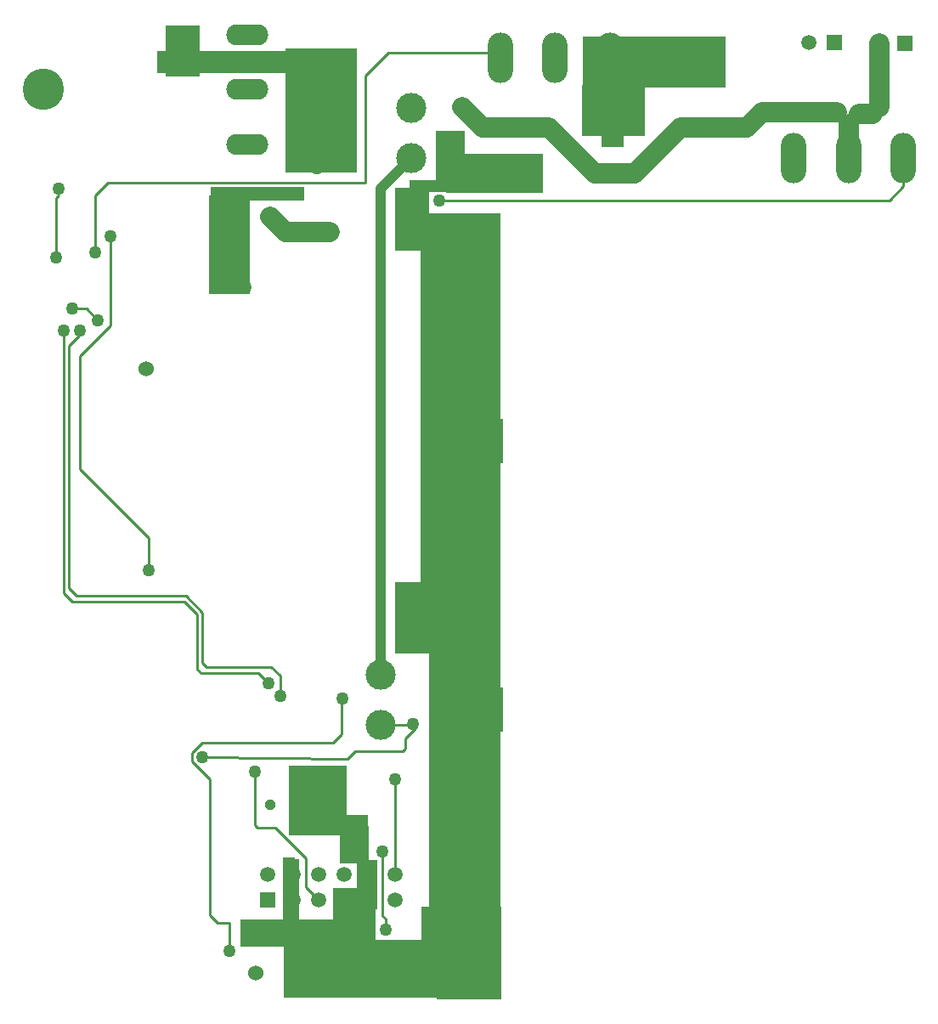
<source format=gbl>
G04 Layer_Physical_Order=2*
G04 Layer_Color=16711680*
%FSLAX25Y25*%
%MOIN*%
G70*
G01*
G75*
%ADD23C,0.07874*%
%ADD24C,0.01000*%
%ADD25C,0.03937*%
%ADD50C,0.11811*%
%ADD51R,0.05906X0.05906*%
%ADD52C,0.05906*%
%ADD53C,0.02362*%
%ADD54R,0.04362X0.04362*%
%ADD55O,0.09900X0.19800*%
%ADD56O,0.16500X0.08250*%
%ADD57C,0.16200*%
%ADD58C,0.06000*%
%ADD59C,0.07874*%
%ADD60C,0.05000*%
%ADD61R,0.13500X0.24500*%
%ADD62R,0.17000X0.04500*%
%ADD63R,0.11500X0.23500*%
%ADD64R,0.38000X0.15500*%
%ADD65R,0.09000X0.08500*%
%ADD66R,0.24500X0.20500*%
%ADD67R,0.25500X0.17500*%
%ADD68R,0.61500X0.23000*%
%ADD69R,0.48500X0.11000*%
%ADD70R,0.05000X0.25000*%
%ADD71R,0.04500X0.26500*%
%ADD72R,0.31500X0.25500*%
%ADD73R,0.17000X0.29500*%
%ADD74R,0.08000X0.19500*%
%ADD75R,0.18000X0.08000*%
%ADD76R,0.11500X0.14500*%
%ADD77R,0.22500X0.27500*%
%ADD78R,0.28000X1.13500*%
%ADD79R,0.41500X0.28500*%
%ADD80R,0.31500X1.53500*%
%ADD81R,0.13500X0.20000*%
%ADD82R,0.66500X0.08500*%
%ADD83R,0.28500X0.48500*%
%ADD84R,0.37000X0.05500*%
%ADD85R,0.16000X0.38500*%
%ADD86R,0.56500X0.20500*%
G36*
X329032Y195977D02*
X330160Y194746D01*
X330087Y193078D01*
X328856Y191950D01*
X327188Y192023D01*
X326061Y193254D01*
X326133Y194922D01*
X327364Y196050D01*
X329032Y195977D01*
D02*
G37*
D23*
X555043Y447500D02*
Y461043D01*
X559000Y465000D02*
X564500D01*
X567000Y467500D02*
Y492500D01*
X521000Y465500D02*
X550500D01*
X515000Y459500D02*
X521000Y465500D01*
X455375Y441500D02*
X471125D01*
X403500Y467500D02*
X411500Y459500D01*
X334000Y418500D02*
X351500D01*
X328000Y424500D02*
X334000Y418500D01*
X437375Y459500D02*
X455375Y441500D01*
X411500Y459500D02*
X437375D01*
X471125Y441500D02*
X489125Y459500D01*
X515000D01*
D24*
X374500Y489000D02*
X418543D01*
X301500Y212500D02*
X358500Y212000D01*
X373500Y145000D02*
Y149000D01*
X372000Y150500D02*
X373500Y149000D01*
X372000Y150500D02*
Y175500D01*
X377000Y166500D02*
Y204000D01*
X358500Y212000D02*
X361500Y215000D01*
X380000D01*
X381000Y216000D01*
Y220000D01*
X385000Y224000D01*
X312000Y136500D02*
Y147500D01*
X307500D02*
X312000D01*
X304500Y150500D02*
X307500Y147500D01*
X304500Y150500D02*
Y203843D01*
X297500Y210843D02*
X304500Y203843D01*
X297500Y210843D02*
Y214157D01*
X301500Y218157D01*
X352657D01*
X356000Y221500D01*
Y235000D01*
X356500Y235500D01*
X342000Y161500D02*
X347000Y156500D01*
X342000Y161500D02*
Y173000D01*
X330000Y185000D02*
X342000Y173000D01*
X323000Y185000D02*
X330000D01*
X322000Y186000D02*
X323000Y185000D01*
X322000Y186000D02*
Y205500D01*
X323500Y245500D02*
X327500Y241500D01*
X301000Y245500D02*
X323500D01*
X299500Y247000D02*
X301000Y245500D01*
X299500Y247000D02*
Y268500D01*
X294500Y273500D02*
X299500Y268500D01*
X250500Y273500D02*
X294500D01*
X247000Y277000D02*
X250500Y273500D01*
X247000Y277000D02*
Y378500D01*
X332000Y236500D02*
Y244500D01*
X328500Y248000D02*
X332000Y244500D01*
X303000Y248000D02*
X328500D01*
X301500Y249500D02*
X303000Y248000D01*
X301500Y249500D02*
Y269328D01*
X295000Y275828D02*
X301500Y269328D01*
X252172Y275828D02*
X295000D01*
X249000Y279000D02*
X252172Y275828D01*
X249000Y279000D02*
Y374000D01*
X253000Y378000D01*
X371500Y225315D02*
X383815D01*
X384000Y225500D01*
X280500Y286000D02*
Y298500D01*
X253500Y325500D02*
X280500Y298500D01*
X253500Y325500D02*
Y370000D01*
X265500Y382000D01*
Y416000D01*
X259500Y410500D02*
Y433000D01*
X365500Y480000D02*
X374500Y489000D01*
X394500Y431000D02*
X571000D01*
X576500Y436500D01*
Y447500D01*
X555043Y461043D02*
X559000Y465000D01*
X564500D02*
X567000Y467500D01*
X554957Y461043D02*
X555043D01*
X550500Y465500D02*
X554957Y461043D01*
X259500Y433000D02*
X264500Y438000D01*
X365500D01*
Y480000D01*
X244000Y408500D02*
Y432000D01*
X245000Y433000D01*
X256000Y388500D02*
X260500Y384000D01*
X252000Y388500D02*
X256000D01*
D25*
X371500Y245000D02*
Y435500D01*
X383500Y447500D01*
D50*
D03*
Y467185D02*
D03*
X371500Y225315D02*
D03*
Y245000D02*
D03*
D51*
X327000Y156500D02*
D03*
X549500Y493000D02*
D03*
X577000Y492500D02*
D03*
D52*
X337000Y156500D02*
D03*
X347000D02*
D03*
X357000D02*
D03*
X367000D02*
D03*
X377000D02*
D03*
X327000Y166500D02*
D03*
X337000D02*
D03*
X347000D02*
D03*
X357000D02*
D03*
X367000D02*
D03*
X377000D02*
D03*
X539500Y493000D02*
D03*
X567000Y492500D02*
D03*
D53*
X328110Y194000D02*
D03*
D54*
X341890D02*
D03*
D55*
X555043Y447500D02*
D03*
X576500D02*
D03*
X533587D02*
D03*
X439957Y487000D02*
D03*
X418500D02*
D03*
X461413D02*
D03*
D56*
X319000Y453000D02*
D03*
Y474500D02*
D03*
Y496000D02*
D03*
D57*
X239000Y474500D02*
D03*
D58*
X322500Y128000D02*
D03*
X279500Y365000D02*
D03*
D59*
X429000Y441500D02*
D03*
X462500Y457000D02*
D03*
X385000Y260500D02*
D03*
X396500Y401500D02*
D03*
D60*
X301500Y212500D02*
D03*
X373500Y145000D02*
D03*
X372000Y175500D02*
D03*
X377000Y204000D02*
D03*
X384000Y225500D02*
D03*
X312000Y136500D02*
D03*
X356500Y235500D02*
D03*
X322000Y207000D02*
D03*
X327500Y241500D02*
D03*
X247000Y380000D02*
D03*
X332000Y236500D02*
D03*
X253500Y380000D02*
D03*
X280500Y286000D02*
D03*
X265500Y417000D02*
D03*
X259500Y410500D02*
D03*
X394500Y431000D02*
D03*
X402000Y468000D02*
D03*
X351500Y418500D02*
D03*
X328000Y424500D02*
D03*
X352000Y122500D02*
D03*
X390000Y124000D02*
D03*
X396000Y216500D02*
D03*
X347000Y206000D02*
D03*
X244000Y408500D02*
D03*
X245000Y435500D02*
D03*
X260500Y384000D02*
D03*
X250500Y388500D02*
D03*
X292500Y494000D02*
D03*
X346500Y443500D02*
D03*
X334000Y434000D02*
D03*
X318500Y397000D02*
D03*
D61*
X383750Y423750D02*
D03*
D62*
X391000Y436750D02*
D03*
D63*
X398750Y446750D02*
D03*
D64*
X416000Y441750D02*
D03*
D65*
X462500Y456250D02*
D03*
D66*
X462750Y466250D02*
D03*
D67*
X406750Y336750D02*
D03*
Y231250D02*
D03*
X406250Y126250D02*
D03*
D68*
X364250Y129500D02*
D03*
D69*
X340750Y143500D02*
D03*
D70*
X335500Y161000D02*
D03*
D71*
X337250Y159250D02*
D03*
D72*
X403250Y141250D02*
D03*
D73*
X361000Y146750D02*
D03*
D74*
X366000Y162750D02*
D03*
D75*
X357500Y186000D02*
D03*
D76*
X361250Y178250D02*
D03*
D77*
X346750Y195750D02*
D03*
D78*
X404500Y202250D02*
D03*
D79*
X397750Y267250D02*
D03*
D80*
X402750Y349250D02*
D03*
D81*
X293750Y489500D02*
D03*
D82*
X317250Y485250D02*
D03*
D83*
X348250Y466250D02*
D03*
D84*
X323000Y433750D02*
D03*
D85*
X312000Y413750D02*
D03*
D86*
X478750Y485250D02*
D03*
M02*

</source>
